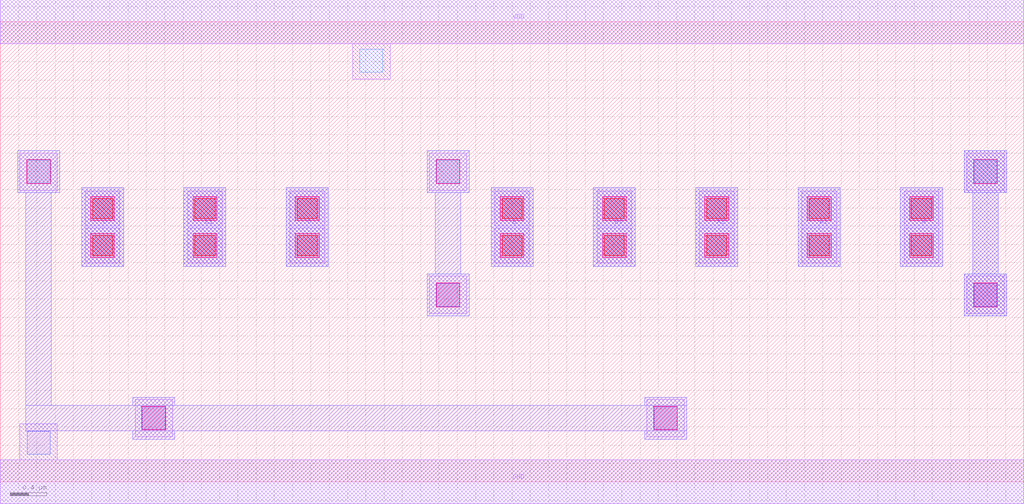
<source format=lef>
MACRO AAAOAI3221
 CLASS CORE ;
 FOREIGN AAAOAI3221 0 0 ;
 SIZE 11.200000000000001 BY 5.04 ;
 ORIGIN 0 0 ;
 SYMMETRY X Y R90 ;
 SITE unit ;
  PIN VDD
   DIRECTION INOUT ;
   USE POWER ;
   SHAPE ABUTMENT ;
    PORT
     CLASS CORE ;
       LAYER met1 ;
        RECT 0.00000000 4.80000000 11.20000000 5.28000000 ;
    END
  END VDD

  PIN GND
   DIRECTION INOUT ;
   USE POWER ;
   SHAPE ABUTMENT ;
    PORT
     CLASS CORE ;
       LAYER met1 ;
        RECT 0.00000000 -0.24000000 11.20000000 0.24000000 ;
    END
  END GND

  PIN Y
   DIRECTION INOUT ;
   USE SIGNAL ;
   SHAPE ABUTMENT ;
    PORT
     CLASS CORE ;
       LAYER met2 ;
        RECT 10.55000000 1.81700000 11.01000000 2.27700000 ;
        RECT 10.64000000 2.27700000 10.92000000 3.16700000 ;
        RECT 10.55000000 3.16700000 11.01000000 3.62700000 ;
    END
  END Y

  PIN A2
   DIRECTION INOUT ;
   USE SIGNAL ;
   SHAPE ABUTMENT ;
    PORT
     CLASS CORE ;
       LAYER met2 ;
        RECT 7.61000000 2.35700000 8.07000000 3.22200000 ;
    END
  END A2

  PIN A
   DIRECTION INOUT ;
   USE SIGNAL ;
   SHAPE ABUTMENT ;
    PORT
     CLASS CORE ;
       LAYER met2 ;
        RECT 9.85000000 2.35700000 10.31000000 3.22200000 ;
    END
  END A

  PIN C
   DIRECTION INOUT ;
   USE SIGNAL ;
   SHAPE ABUTMENT ;
    PORT
     CLASS CORE ;
       LAYER met2 ;
        RECT 3.13000000 2.35700000 3.59000000 3.22200000 ;
    END
  END C

  PIN B1
   DIRECTION INOUT ;
   USE SIGNAL ;
   SHAPE ABUTMENT ;
    PORT
     CLASS CORE ;
       LAYER met2 ;
        RECT 6.49000000 2.35700000 6.95000000 3.22200000 ;
    END
  END B1

  PIN A1
   DIRECTION INOUT ;
   USE SIGNAL ;
   SHAPE ABUTMENT ;
    PORT
     CLASS CORE ;
       LAYER met2 ;
        RECT 8.73000000 2.35700000 9.19000000 3.22200000 ;
    END
  END A1

  PIN C1
   DIRECTION INOUT ;
   USE SIGNAL ;
   SHAPE ABUTMENT ;
    PORT
     CLASS CORE ;
       LAYER met2 ;
        RECT 2.01000000 2.35700000 2.47000000 3.22200000 ;
    END
  END C1

  PIN B
   DIRECTION INOUT ;
   USE SIGNAL ;
   SHAPE ABUTMENT ;
    PORT
     CLASS CORE ;
       LAYER met2 ;
        RECT 5.37000000 2.35700000 5.83000000 3.22200000 ;
    END
  END B

  PIN D
   DIRECTION INOUT ;
   USE SIGNAL ;
   SHAPE ABUTMENT ;
    PORT
     CLASS CORE ;
       LAYER met2 ;
        RECT 0.89000000 2.35700000 1.35000000 3.22200000 ;
    END
  END D

 OBS
    LAYER polycont ;
     RECT 1.01000000 2.47700000 1.23000000 2.69700000 ;
     RECT 2.13000000 2.47700000 2.35000000 2.69700000 ;
     RECT 3.25000000 2.47700000 3.47000000 2.69700000 ;
     RECT 5.49000000 2.47700000 5.71000000 2.69700000 ;
     RECT 6.61000000 2.47700000 6.83000000 2.69700000 ;
     RECT 7.73000000 2.47700000 7.95000000 2.69700000 ;
     RECT 8.85000000 2.47700000 9.07000000 2.69700000 ;
     RECT 9.97000000 2.47700000 10.19000000 2.69700000 ;
     RECT 1.01000000 2.88200000 1.23000000 3.10200000 ;
     RECT 2.13000000 2.88200000 2.35000000 3.10200000 ;
     RECT 3.25000000 2.88200000 3.47000000 3.10200000 ;
     RECT 5.49000000 2.88200000 5.71000000 3.10200000 ;
     RECT 6.61000000 2.88200000 6.83000000 3.10200000 ;
     RECT 7.73000000 2.88200000 7.95000000 3.10200000 ;
     RECT 8.85000000 2.88200000 9.07000000 3.10200000 ;
     RECT 9.97000000 2.88200000 10.19000000 3.10200000 ;

    LAYER pdiffc ;
     RECT 0.29500000 3.27200000 0.54500000 3.52200000 ;
     RECT 4.77500000 3.27200000 5.02500000 3.52200000 ;
     RECT 10.65500000 3.27200000 10.90500000 3.52200000 ;
     RECT 3.93500000 4.48700000 4.18500000 4.73700000 ;

    LAYER ndiffc ;
     RECT 0.29500000 0.30200000 0.54500000 0.55200000 ;
     RECT 1.55500000 0.57200000 1.80500000 0.82200000 ;
     RECT 7.15500000 0.57200000 7.40500000 0.82200000 ;
     RECT 4.77500000 1.92200000 5.02500000 2.17200000 ;
     RECT 10.65500000 1.92200000 10.90500000 2.17200000 ;

    LAYER met1 ;
     RECT 0.00000000 -0.24000000 11.20000000 0.24000000 ;
     RECT 0.21500000 0.24000000 0.62500000 0.63200000 ;
     RECT 1.47500000 0.49200000 1.88500000 0.90200000 ;
     RECT 7.07500000 0.49200000 7.48500000 0.90200000 ;
     RECT 4.69500000 1.84200000 5.10500000 2.25200000 ;
     RECT 10.57500000 1.84200000 10.98500000 2.25200000 ;
     RECT 0.93000000 2.39700000 1.31000000 2.77700000 ;
     RECT 2.05000000 2.39700000 2.43000000 2.77700000 ;
     RECT 3.17000000 2.39700000 3.55000000 2.77700000 ;
     RECT 5.41000000 2.39700000 5.79000000 2.77700000 ;
     RECT 6.53000000 2.39700000 6.91000000 2.77700000 ;
     RECT 7.65000000 2.39700000 8.03000000 2.77700000 ;
     RECT 8.77000000 2.39700000 9.15000000 2.77700000 ;
     RECT 9.89000000 2.39700000 10.27000000 2.77700000 ;
     RECT 0.93000000 2.80200000 1.31000000 3.18200000 ;
     RECT 2.05000000 2.80200000 2.43000000 3.18200000 ;
     RECT 3.17000000 2.80200000 3.55000000 3.18200000 ;
     RECT 5.41000000 2.80200000 5.79000000 3.18200000 ;
     RECT 6.53000000 2.80200000 6.91000000 3.18200000 ;
     RECT 7.65000000 2.80200000 8.03000000 3.18200000 ;
     RECT 8.77000000 2.80200000 9.15000000 3.18200000 ;
     RECT 9.89000000 2.80200000 10.27000000 3.18200000 ;
     RECT 0.21500000 3.19200000 0.62500000 3.60200000 ;
     RECT 4.69500000 3.19200000 5.10500000 3.60200000 ;
     RECT 10.57500000 3.19200000 10.98500000 3.60200000 ;
     RECT 3.85500000 4.40700000 4.26500000 4.80000000 ;
     RECT 0.00000000 4.80000000 11.20000000 5.28000000 ;

    LAYER via1 ;
     RECT 1.55000000 0.56700000 1.81000000 0.82700000 ;
     RECT 7.15000000 0.56700000 7.41000000 0.82700000 ;
     RECT 4.77000000 1.91700000 5.03000000 2.17700000 ;
     RECT 10.65000000 1.91700000 10.91000000 2.17700000 ;
     RECT 0.99000000 2.45700000 1.25000000 2.71700000 ;
     RECT 2.11000000 2.45700000 2.37000000 2.71700000 ;
     RECT 3.23000000 2.45700000 3.49000000 2.71700000 ;
     RECT 5.47000000 2.45700000 5.73000000 2.71700000 ;
     RECT 6.59000000 2.45700000 6.85000000 2.71700000 ;
     RECT 7.71000000 2.45700000 7.97000000 2.71700000 ;
     RECT 8.83000000 2.45700000 9.09000000 2.71700000 ;
     RECT 9.95000000 2.45700000 10.21000000 2.71700000 ;
     RECT 0.99000000 2.86200000 1.25000000 3.12200000 ;
     RECT 2.11000000 2.86200000 2.37000000 3.12200000 ;
     RECT 3.23000000 2.86200000 3.49000000 3.12200000 ;
     RECT 5.47000000 2.86200000 5.73000000 3.12200000 ;
     RECT 6.59000000 2.86200000 6.85000000 3.12200000 ;
     RECT 7.71000000 2.86200000 7.97000000 3.12200000 ;
     RECT 8.83000000 2.86200000 9.09000000 3.12200000 ;
     RECT 9.95000000 2.86200000 10.21000000 3.12200000 ;
     RECT 0.29000000 3.26700000 0.55000000 3.52700000 ;
     RECT 4.77000000 3.26700000 5.03000000 3.52700000 ;
     RECT 10.65000000 3.26700000 10.91000000 3.52700000 ;

    LAYER met2 ;
     RECT 0.89000000 2.35700000 1.35000000 3.22200000 ;
     RECT 2.01000000 2.35700000 2.47000000 3.22200000 ;
     RECT 3.13000000 2.35700000 3.59000000 3.22200000 ;
     RECT 5.37000000 2.35700000 5.83000000 3.22200000 ;
     RECT 6.49000000 2.35700000 6.95000000 3.22200000 ;
     RECT 7.61000000 2.35700000 8.07000000 3.22200000 ;
     RECT 8.73000000 2.35700000 9.19000000 3.22200000 ;
     RECT 9.85000000 2.35700000 10.31000000 3.22200000 ;
     RECT 1.45000000 0.46700000 1.91000000 0.55700000 ;
     RECT 7.05000000 0.46700000 7.51000000 0.55700000 ;
     RECT 0.28000000 0.55700000 7.51000000 0.83700000 ;
     RECT 1.45000000 0.83700000 1.91000000 0.92700000 ;
     RECT 7.05000000 0.83700000 7.51000000 0.92700000 ;
     RECT 0.28000000 0.83700000 0.56000000 3.16700000 ;
     RECT 0.19000000 3.16700000 0.65000000 3.62700000 ;
     RECT 4.67000000 1.81700000 5.13000000 2.27700000 ;
     RECT 4.76000000 2.27700000 5.04000000 3.16700000 ;
     RECT 4.67000000 3.16700000 5.13000000 3.62700000 ;
     RECT 10.55000000 1.81700000 11.01000000 2.27700000 ;
     RECT 10.64000000 2.27700000 10.92000000 3.16700000 ;
     RECT 10.55000000 3.16700000 11.01000000 3.62700000 ;

 END
END AAAOAI3221

</source>
